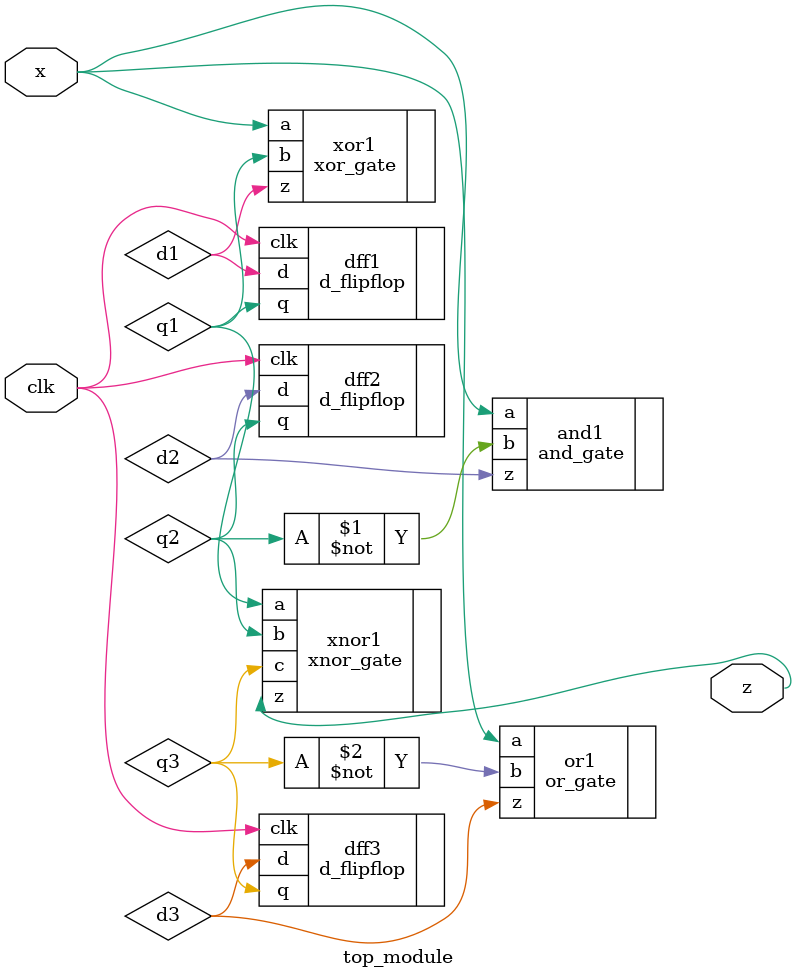
<source format=sv>
module top_module (
	input clk,
	input x,
	output z
);

    reg d1, d2, d3;
    wire q1, q2, q3;
    
    xor_gate xor1 (.a(x), .b(q1), .z(d1));
    and_gate and1 (.a(x), .b(~q2), .z(d2));
    or_gate or1 (.a(x), .b(~q3), .z(d3));
    
    d_flipflop dff1 (.clk(clk), .d(d1), .q(q1));
    d_flipflop dff2 (.clk(clk), .d(d2), .q(q2));
    d_flipflop dff3 (.clk(clk), .d(d3), .q(q3));
    
    xnor_gate xnor1 (.a(q1), .b(q2), .c(q3), .z(z));
    
endmodule

</source>
